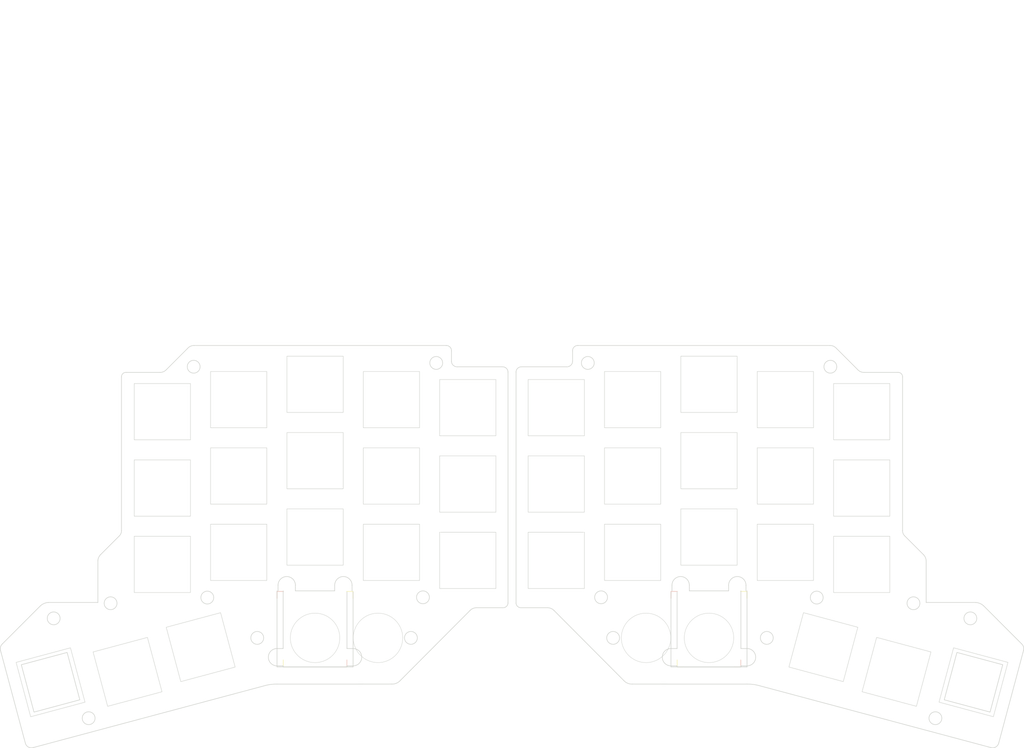
<source format=kicad_pcb>
(kicad_pcb (version 20211014) (generator pcbnew)
  (layers (0 "F.Cu" signal) (31 "B.Cu" signal) (34 "B.Paste" user) (35 "F.Paste" user) (36 "B.SilkS" user "B.Silkscreen") (37 "F.SilkS" user "F.Silkscreen") (38 "B.Mask" user) (39 "F.Mask" user) (44 "Edge.Cuts" user))
  (net 0 "")
  (footprint "jw_custom_footprint:CherryMX_Hotswap_cutout_switch_plate" (layer "F.Cu") (at 177.48662 97.331594)
    (fp_text reference "SW12" hide)
    (fp_text value "SW12")
    (fp_rect (start -7 -7) (end 7 7) (layer "Edge.Cuts") (width 0.12) (fill none))
  )
  (footprint "jw_custom_footprint:CherryMX_Hotswap_cutout_switch_plate" (layer "F.Cu") (at 177.48662 78.331994)
    (fp_text reference "SW7" hide)
    (fp_text value "SW7")
    (fp_rect (start -7 -7) (end 7 7) (layer "Edge.Cuts") (width 0.12) (fill none))
  )
  (footprint "jw_custom_footprint:RotaryEncoder_Alps_EC11E-Switch_Vertical_H20mm_cutout_switch_plate" (layer "F.Cu") (at 262.29748 129.657313 165)
    (fp_text reference "EC1" hide)
    (fp_text value "Rotary_Encoder_Switch")
    (fp_rect (start -5.9 -6.1) (end 5.9 6.1) (layer "Edge.Cuts") (width 0.15) (fill none))
  )
  (footprint "jw_custom_footprint:CherryMX_Hotswap_cutout_switch_plate" (layer "F.Cu") (at 262.29748 129.657311 -15)
    (fp_text reference "SW20" hide)
    (fp_text value "SW20")
    (fp_rect (start -7 -7) (end 7 7) (layer "Edge.Cuts") (width 0.12) (fill none))
  )
  (footprint "jw_custom_footprint:MountingHole_3.2mm_M3_cutout" (layer "F.Cu") (at 226.687447 51.14375)
    (fp_text reference "TH1" hide)
    (fp_text value "HOLE")
    (fp_circle (center 0 0) (end 1.6 0) (layer "Edge.Cuts") (width 0.15) (fill none))
  )
  (footprint "jw_custom_footprint:contact_button_12mm" (layer "F.Cu") (at 180.827872 118.614)
    (fp_text reference "SW16" hide)
    (fp_text value "SW_Contact_Pad")
    (fp_circle (center 0 0) (end 6.15 0) (layer "Edge.Cuts") (width 0.1) (fill none))
  )
  (footprint "jw_custom_footprint:CherryMX_Hotswap_cutout_switch_plate" (layer "F.Cu") (at 158.48642 61.330994)
    (fp_text reference "SW1" hide)
    (fp_text value "SW1")
    (fp_rect (start -7 -7) (end 7 7) (layer "Edge.Cuts") (width 0.12) (fill none))
  )
  (footprint "jw_custom_footprint:CherryMX_Hotswap_cutout_switch_plate" (layer "F.Cu") (at 158.48642 80.331394)
    (fp_text reference "SW6" hide)
    (fp_text value "SW6")
    (fp_rect (start -7 -7) (end 7 7) (layer "Edge.Cuts") (width 0.12) (fill none))
  )
  (footprint "jw_custom_footprint:MountingHole_3.2mm_M3_cutout" (layer "F.Cu") (at 223.296492 108.5822)
    (fp_text reference "TH4" hide)
    (fp_text value "HOLE")
    (fp_circle (center 0 0) (end 1.6 0) (layer "Edge.Cuts") (width 0.15) (fill none))
  )
  (footprint "jw_custom_footprint:MountingHole_3.2mm_M3_cutout" (layer "F.Cu") (at 247.36228 109.997713 180)
    (fp_text reference "MCU_1" hide)
    (fp_text value "HOLE")
    (fp_circle (center 0 0) (end 1.6 0) (layer "Edge.Cuts") (width 0.15) (fill none))
  )
  (footprint "jw_custom_footprint:MountingHole_3.2mm_M3_cutout" (layer "F.Cu") (at 169.639047 108.51955)
    (fp_text reference "TH3" hide)
    (fp_text value "HOLE")
    (fp_circle (center 0 0) (end 1.6 0) (layer "Edge.Cuts") (width 0.15) (fill none))
  )
  (footprint "jw_custom_footprint:MountingHole_3.2mm_M3_cutout" (layer "F.Cu") (at 261.522054 113.756913)
    (fp_text reference "MCU_2" hide)
    (fp_text value "HOLE")
    (fp_circle (center 0 0) (end 1.6 0) (layer "Edge.Cuts") (width 0.15) (fill none))
  )
  (footprint "jw_custom_footprint:CherryMX_Hotswap_cutout_switch_plate" (layer "F.Cu") (at 243.14588 127.066513 -15)
    (fp_text reference "SW19" hide)
    (fp_text value "SW19")
    (fp_rect (start -7 -7) (end 7 7) (layer "Edge.Cuts") (width 0.12) (fill none))
  )
  (footprint "jw_custom_footprint:contact_button_12mm" (layer "F.Cu") (at 196.486246 118.614)
    (fp_text reference "SW17" hide)
    (fp_text value "SW_Contact_Pad")
    (fp_circle (center 0 0) (end 6.15 0) (layer "Edge.Cuts") (width 0.1) (fill none))
  )
  (footprint "jw_custom_footprint:Nintendo_Switch_JOYSTICK" (layer "F.Cu") (at 98.471394 116.40681)
    (fp_text reference "REF**" hide)
    (fp_text value "Nintendo_Switch_JOYSTICK")
    (fp_line (start -7.9248 9.398) (end -7.9248 7.6708) (layer "F.SilkS") (width 0.12))
    (fp_line (start 9.4488 -9.3472) (end 9.4488 -7.62) (layer "F.SilkS") (width 0.12))
    (fp_line (start -6.2992 9.398) (end -7.9248 9.398) (layer "F.SilkS") (width 0.12))
    (fp_line (start 7.8232 -9.3472) (end 9.4488 -9.3472) (layer "F.SilkS") (width 0.12))
  )
  (footprint "jw_custom_footprint:CherryMX_Hotswap_cutout_switch_plate" (layer "F.Cu") (at 196.48602 93.521794)
    (fp_text reference "SW13" hide)
    (fp_text value "SW13")
    (fp_rect (start -7 -7) (end 7 7) (layer "Edge.Cuts") (width 0.12) (fill none))
  )
  (footprint "jw_custom_footprint:Nintendo_Switch_JOYSTICK" (layer "F.Cu") (at 196.486246 116.40681)
    (fp_text reference "REF**" hide)
    (fp_text value "Nintendo_Switch_JOYSTICK")
    (fp_line (start -6.2992 9.398) (end -7.9248 9.398) (layer "F.SilkS") (width 0.12))
    (fp_line (start 9.4488 -9.3472) (end 9.4488 -7.62) (layer "F.SilkS") (width 0.12))
    (fp_line (start -7.9248 9.398) (end -7.9248 7.6708) (layer "F.SilkS") (width 0.12))
    (fp_line (start 7.8232 -9.3472) (end 9.4488 -9.3472) (layer "F.SilkS") (width 0.12))
  )
  (footprint "jw_custom_footprint:MountingHole_3.2mm_M3_cutout" (layer "F.Cu") (at 252.82328 138.598113)
    (fp_text reference "TH5" hide)
    (fp_text value "HOLE")
    (fp_circle (center 0 0) (end 1.6 0) (layer "Edge.Cuts") (width 0.15) (fill none))
  )
  (footprint "jw_custom_footprint:CherryMX_Hotswap_cutout_switch_plate" (layer "F.Cu") (at 215.48622 59.331834)
    (fp_text reference "SW4" hide)
    (fp_text value "SW4")
    (fp_rect (start -7 -7) (end 7 7) (layer "Edge.Cuts") (width 0.12) (fill none))
  )
  (footprint "jw_custom_footprint:CherryMX_Hotswap_cutout_switch_plate" (layer "F.Cu") (at 177.48662 59.332394)
    (fp_text reference "SW2" hide)
    (fp_text value "SW2")
    (fp_rect (start -7 -7) (end 7 7) (layer "Edge.Cuts") (width 0.12) (fill none))
  )
  (footprint "jw_custom_footprint:CherryMX_Hotswap_cutout_switch_plate" (layer "F.Cu") (at 234.485918 62.332394)
    (fp_text reference "SW5" hide)
    (fp_text value "SW5")
    (fp_rect (start -7 -7) (end 7 7) (layer "Edge.Cuts") (width 0.12) (fill none))
  )
  (footprint "jw_custom_footprint:CherryMX_Hotswap_cutout_switch_plate" (layer "F.Cu") (at 215.48622 97.332194)
    (fp_text reference "SW14" hide)
    (fp_text value "SW14")
    (fp_rect (start -7 -7) (end 7 7) (layer "Edge.Cuts") (width 0.12) (fill none))
  )
  (footprint "jw_custom_footprint:CherryMX_Hotswap_cutout_switch_plate" (layer "F.Cu") (at 224.946054 120.920119 -15)
    (fp_text reference "SW18" hide)
    (fp_text value "SW18")
    (fp_rect (start -7 -7) (end 7 7) (layer "Edge.Cuts") (width 0.12) (fill none))
  )
  (footprint "jw_custom_footprint:MountingHole_3.2mm_M3_cutout" (layer "F.Cu") (at 210.871736 118.614)
    (fp_text reference "JY_BT_2" hide)
    (fp_text value "HOLE")
    (fp_circle (center 0 0) (end 1.6 0) (layer "Edge.Cuts") (width 0.15) (fill none))
  )
  (footprint "jw_custom_footprint:CherryMX_Hotswap_cutout_switch_plate" (layer "F.Cu") (at 234.485918 100.332194)
    (fp_text reference "SW15" hide)
    (fp_text value "SW15")
    (fp_rect (start -7 -7) (end 7 7) (layer "Edge.Cuts") (width 0.12) (fill none))
  )
  (footprint "jw_custom_footprint:CherryMX_Hotswap_cutout_switch_plate" (layer "F.Cu") (at 215.48622 78.331794)
    (fp_text reference "SW9" hide)
    (fp_text value "SW9")
    (fp_rect (start -7 -7) (end 7 7) (layer "Edge.Cuts") (width 0.12) (fill none))
  )
  (footprint "jw_custom_footprint:CherryMX_Hotswap_cutout_switch_plate" (layer "F.Cu") (at 234.485918 81.332194)
    (fp_text reference "SW10" hide)
    (fp_text value "SW10")
    (fp_rect (start -7 -7) (end 7 7) (layer "Edge.Cuts") (width 0.12) (fill none))
  )
  (footprint "jw_custom_footprint:CherryMX_Hotswap_cutout_switch_plate" (layer "F.Cu") (at 196.48602 55.521634)
    (fp_text reference "SW3" hide)
    (fp_text value "SW3")
    (fp_rect (start -7 -7) (end 7 7) (layer "Edge.Cuts") (width 0.12) (fill none))
  )
  (footprint "jw_custom_footprint:MountingHole_3.2mm_M3_cutout" (layer "F.Cu") (at 172.63548 118.614)
    (fp_text reference "JY_BT_1" hide)
    (fp_text value "HOLE")
    (fp_circle (center 0 0) (end 1.6 0) (layer "Edge.Cuts") (width 0.15) (fill none))
  )
  (footprint "jw_custom_footprint:MountingHole_3.2mm_M3_cutout" (layer "F.Cu") (at 166.33628 50.201913)
    (fp_text reference "TH2" hide)
    (fp_text value "HOLE")
    (fp_circle (center 0 0) (end 1.6 0) (layer "Edge.Cuts") (width 0.15) (fill none))
  )
  (footprint "jw_custom_footprint:CherryMX_Hotswap_cutout_switch_plate" (layer "F.Cu") (at 196.48602 74.521594)
    (fp_text reference "SW8" hide)
    (fp_text value "SW8")
    (fp_rect (start -7 -7) (end 7 7) (layer "Edge.Cuts") (width 0.12) (fill none))
  )
  (footprint "jw_custom_footprint:CherryMX_Hotswap_cutout_switch_plate" (layer "F.Cu") (at 158.48642 99.331794)
    (fp_text reference "SW11" hide)
    (fp_text value "SW11")
    (fp_rect (start -7 -7) (end 7 7) (layer "Edge.Cuts") (width 0.12) (fill none))
  )
  (footprint "jw_custom_footprint:CherryMX_Hotswap_cutout_switch_plate" (layer "B.Cu") (at 79.47142 78.331794 180)
    (fp_text reference "SW9" hide)
    (fp_text value "SW9")
    (fp_rect (start -7 7) (end 7 -7) (layer "Edge.Cuts") (width 0.12) (fill none))
  )
  (footprint "jw_custom_footprint:CherryMX_Hotswap_cutout_switch_plate" (layer "B.Cu") (at 136.47122 80.331394 180)
    (fp_text reference "SW6" hide)
    (fp_text value "SW6")
    (fp_rect (start -7 7) (end 7 -7) (layer "Edge.Cuts") (width 0.12) (fill none))
  )
  (footprint "jw_custom_footprint:CherryMX_Hotswap_cutout_switch_plate" (layer "B.Cu") (at 136.47122 99.331794 180)
    (fp_text reference "SW11" hide)
    (fp_text value "SW11")
    (fp_rect (start -7 7) (end 7 -7) (layer "Edge.Cuts") (width 0.12) (fill none))
  )
  (footprint "jw_custom_footprint:CherryMX_Hotswap_cutout_switch_plate" (layer "B.Cu") (at 51.81176 127.066513 -165)
    (fp_text reference "SW19" hide)
    (fp_text value "SW19")
    (fp_rect (start -7 7) (end 7 -7) (layer "Edge.Cuts") (width 0.12) (fill none))
  )
  (footprint "jw_custom_footprint:CherryMX_Hotswap_cutout_switch_plate" (layer "B.Cu") (at 79.47142 97.332194 180)
    (fp_text reference "SW14" hide)
    (fp_text value "SW14")
    (fp_rect (start -7 7) (end 7 -7) (layer "Edge.Cuts") (width 0.12) (fill none))
  )
  (footprint "jw_custom_footprint:MountingHole_3.2mm_M3_cutout" (layer "B.Cu") (at 125.318593 108.51955 180)
    (fp_text reference "TH3" hide)
    (fp_text value "HOLE")
    (fp_circle (center 0 0) (end 1.6 0) (layer "Edge.Cuts") (width 0.15) (fill none))
  )
  (footprint "jw_custom_footprint:contact_button_12mm" (layer "B.Cu") (at 98.471394 118.614 180)
    (fp_text reference "SW17" hide)
    (fp_text value "SW_Contact_Pad")
    (fp_circle (center 0 0) (end 6.15 0) (layer "Edge.Cuts") (width 0.1) (fill none))
  )
  (footprint "jw_custom_footprint:MountingHole_3.2mm_M3_cutout" (layer "B.Cu") (at 42.13436 138.598113 180)
    (fp_text reference "TH5" hide)
    (fp_text value "HOLE")
    (fp_circle (center 0 0) (end 1.6 0) (layer "Edge.Cuts") (width 0.15) (fill none))
  )
  (footprint "jw_custom_footprint:MountingHole_3.2mm_M3_cutout" (layer "B.Cu") (at 47.59536 109.997713)
    (fp_text reference "MCU_1" hide)
    (fp_text value "HOLE")
    (fp_circle (center 0 0) (end 1.6 0) (layer "Edge.Cuts") (width 0.15) (fill none))
  )
  (footprint "jw_custom_footprint:MountingHole_3.2mm_M3_cutout" (layer "B.Cu") (at 33.435586 113.756913 180)
    (fp_text reference "MCU_2" hide)
    (fp_text value "HOLE")
    (fp_circle (center 0 0) (end 1.6 0) (layer "Edge.Cuts") (width 0.15) (fill none))
  )
  (footprint "jw_custom_footprint:Nintendo_Switch_JOYSTICK" (layer "B.Cu") (at 98.471394 116.40681 180)
    (fp_text reference "REF**" hide)
    (fp_text value "Nintendo_Switch_JOYSTICK")
    (fp_line (start 9.4488 9.3472) (end 9.4488 7.62) (layer "B.SilkS") (width 0.12))
    (fp_line (start -7.9248 -9.398) (end -7.9248 -7.6708) (layer "B.SilkS") (width 0.12))
    (fp_line (start -6.2992 -9.398) (end -7.9248 -9.398) (layer "B.SilkS") (width 0.12))
    (fp_line (start 7.8232 9.3472) (end 9.4488 9.3472) (layer "B.SilkS") (width 0.12))
  )
  (footprint "jw_custom_footprint:RotaryEncoder_Alps_EC11E-Switch_Vertical_H20mm_cutout_switch_plate" (layer "B.Cu") (at 32.66016 129.657313 15)
    (fp_text reference "EC1" hide)
    (fp_text value "Rotary_Encoder_Switch")
    (fp_rect (start -5.9 6.1) (end 5.9 -6.1) (layer "Edge.Cuts") (width 0.15) (fill none))
  )
  (footprint "jw_custom_footprint:Nintendo_Switch_JOYSTICK" (layer "B.Cu") (at 196.486246 116.40681 180)
    (fp_text reference "REF**" hide)
    (fp_text value "Nintendo_Switch_JOYSTICK")
    (fp_line (start -7.9248 -9.398) (end -7.9248 -7.6708) (layer "B.SilkS") (width 0.12))
    (fp_line (start 7.8232 9.3472) (end 9.4488 9.3472) (layer "B.SilkS") (width 0.12))
    (fp_line (start -6.2992 -9.398) (end -7.9248 -9.398) (layer "B.SilkS") (width 0.12))
    (fp_line (start 9.4488 9.3472) (end 9.4488 7.62) (layer "B.SilkS") (width 0.12))
  )
  (footprint "jw_custom_footprint:CherryMX_Hotswap_cutout_switch_plate" (layer "B.Cu") (at 136.47122 61.330994 180)
    (fp_text reference "SW1" hide)
    (fp_text value "SW1")
    (fp_rect (start -7 7) (end 7 -7) (layer "Edge.Cuts") (width 0.12) (fill none))
  )
  (footprint "jw_custom_footprint:CherryMX_Hotswap_cutout_switch_plate" (layer "B.Cu") (at 60.471722 81.332194 180)
    (fp_text reference "SW10" hide)
    (fp_text value "SW10")
    (fp_rect (start -7 7) (end 7 -7) (layer "Edge.Cuts") (width 0.12) (fill none))
  )
  (footprint "jw_custom_footprint:contact_button_12mm" (layer "B.Cu") (at 114.129768 118.614 180)
    (fp_text reference "SW16" hide)
    (fp_text value "SW_Contact_Pad")
    (fp_circle (center 0 0) (end 6.15 0) (layer "Edge.Cuts") (width 0.1) (fill none))
  )
  (footprint "jw_custom_footprint:CherryMX_Hotswap_cutout_switch_plate" (layer "B.Cu") (at 117.47102 78.331994 180)
    (fp_text reference "SW7" hide)
    (fp_text value "SW7")
    (fp_rect (start -7 7) (end 7 -7) (layer "Edge.Cuts") (width 0.12) (fill none))
  )
  (footprint "jw_custom_footprint:CherryMX_Hotswap_cutout_switch_plate" (layer "B.Cu") (at 98.47162 74.521594 180)
    (fp_text reference "SW8" hide)
    (fp_text value "SW8")
    (fp_rect (start -7 7) (end 7 -7) (layer "Edge.Cuts") (width 0.12) (fill none))
  )
  (footprint "jw_custom_footprint:CherryMX_Hotswap_cutout_switch_plate" (layer "B.Cu") (at 117.47102 97.331594 180)
    (fp_text reference "SW12" hide)
    (fp_text value "SW12")
    (fp_rect (start -7 7) (end 7 -7) (layer "Edge.Cuts") (width 0.12) (fill none))
  )
  (footprint "jw_custom_footprint:CherryMX_Hotswap_cutout_switch_plate" (layer "B.Cu") (at 98.47162 55.521634 180)
    (fp_text reference "SW3" hide)
    (fp_text value "SW3")
    (fp_rect (start -7 7) (end 7 -7) (layer "Edge.Cuts") (width 0.12) (fill none))
  )
  (footprint "jw_custom_footprint:CherryMX_Hotswap_cutout_switch_plate" (layer "B.Cu") (at 98.47162 93.521794 180)
    (fp_text reference "SW13" hide)
    (fp_text value "SW13")
    (fp_rect (start -7 7) (end 7 -7) (layer "Edge.Cuts") (width 0.12) (fill none))
  )
  (footprint "jw_custom_footprint:CherryMX_Hotswap_cutout_switch_plate" (layer "B.Cu") (at 117.47102 59.332394 180)
    (fp_text reference "SW2" hide)
    (fp_text value "SW2")
    (fp_rect (start -7 7) (end 7 -7) (layer "Edge.Cuts") (width 0.12) (fill none))
  )
  (footprint "jw_custom_footprint:CherryMX_Hotswap_cutout_switch_plate" (layer "B.Cu") (at 60.471722 62.332394 180)
    (fp_text reference "SW5" hide)
    (fp_text value "SW5")
    (fp_rect (start -7 7) (end 7 -7) (layer "Edge.Cuts") (width 0.12) (fill none))
  )
  (footprint "jw_custom_footprint:CherryMX_Hotswap_cutout_switch_plate" (layer "B.Cu") (at 70.011586 120.920119 -165)
    (fp_text reference "SW18" hide)
    (fp_text value "SW18")
    (fp_rect (start -7 7) (end 7 -7) (layer "Edge.Cuts") (width 0.12) (fill none))
  )
  (footprint "jw_custom_footprint:MountingHole_3.2mm_M3_cutout" (layer "B.Cu") (at 84.085904 118.614 180)
    (fp_text reference "JY_BT_2" hide)
    (fp_text value "HOLE")
    (fp_circle (center 0 0) (end 1.6 0) (layer "Edge.Cuts") (width 0.15) (fill none))
  )
  (footprint "jw_custom_footprint:CherryMX_Hotswap_cutout_switch_plate" (layer "B.Cu") (at 32.66016 129.657311 -165)
    (fp_text reference "SW20" hide)
    (fp_text value "SW20")
    (fp_rect (start -7 7) (end 7 -7) (layer "Edge.Cuts") (width 0.12) (fill none))
  )
  (footprint "jw_custom_footprint:MountingHole_3.2mm_M3_cutout" (layer "B.Cu") (at 122.32216 118.614 180)
    (fp_text reference "JY_BT_1" hide)
    (fp_text value "HOLE")
    (fp_circle (center 0 0) (end 1.6 0) (layer "Edge.Cuts") (width 0.15) (fill none))
  )
  (footprint "jw_custom_footprint:CherryMX_Hotswap_cutout_switch_plate" (layer "B.Cu") (at 60.471722 100.332194 180)
    (fp_text reference "SW15" hide)
    (fp_text value "SW15")
    (fp_rect (start -7 7) (end 7 -7) (layer "Edge.Cuts") (width 0.12) (fill none))
  )
  (footprint "jw_custom_footprint:MountingHole_3.2mm_M3_cutout" (layer "B.Cu") (at 71.661148 108.5822 180)
    (fp_text reference "TH4" hide)
    (fp_text value "HOLE")
    (fp_circle (center 0 0) (end 1.6 0) (layer "Edge.Cuts") (width 0.15) (fill none))
  )
  (footprint "jw_custom_footprint:CherryMX_Hotswap_cutout_switch_plate" (layer "B.Cu") (at 79.47142 59.331834 180)
    (fp_text reference "SW4" hide)
    (fp_text value "SW4")
    (fp_rect (start -7 7) (end 7 -7) (layer "Edge.Cuts") (width 0.12) (fill none))
  )
  (footprint "jw_custom_footprint:MountingHole_3.2mm_M3_cutout" (layer "B.Cu") (at 128.62136 50.201913 180)
    (fp_text reference "TH2" hide)
    (fp_text value "HOLE")
    (fp_circle (center 0 0) (end 1.6 0) (layer "Edge.Cuts") (width 0.15) (fill none))
  )
  (footprint "jw_custom_footprint:MountingHole_3.2mm_M3_cutout" (layer "B.Cu") (at 68.270193 51.14375 180)
    (fp_text reference "TH1" hide)
    (fp_text value "HOLE")
    (fp_circle (center 0 0) (end 1.6 0) (layer "Edge.Cuts") (width 0.15) (fill none))
  )
  (gr_arc (start 137.002593 111.824319) (mid 137.786061 111.283934) (end 138.721993 111.111119) (layer "Edge.Cuts") (width 0.15))
  (gr_line (start 245.191292 93.2434) (end 249.915692 97.9678) (layer "Edge.Cuts") (width 0.15))
  (gr_arc (start 61.450348 51.8922) (mid 60.757992 52.383111) (end 59.926348 52.5526) (layer "Edge.Cuts") (width 0.15))
  (gr_arc (start 119.603593 129.291319) (mid 118.674359 129.91519) (end 117.571593 130.1065) (layer "Edge.Cuts") (width 0.15))
  (gr_line (start 187.025292 125.5776) (end 188.549292 125.5776) (layer "Edge.Cuts") (width 0.15))
  (gr_arc (start 148.47882 52.461429) (mid 148.880529 51.539812) (end 149.814292 51.167234) (layer "Edge.Cuts") (width 0.15))
  (gr_line (start 188.549292 107.1626) (end 188.549292 121.2596) (layer "Edge.Cuts") (width 0.15))
  (gr_arc (start 235.031292 52.5526) (mid 234.199638 52.383133) (end 233.507292 51.8922) (layer "Edge.Cuts") (width 0.15))
  (gr_arc (start 149.609654 111.111119) (mid 148.821648 110.739338) (end 148.47882 109.938319) (layer "Edge.Cuts") (width 0.15))
  (gr_line (start 90.533348 125.8316) (end 90.533348 125.5776) (layer "Edge.Cuts") (width 0.15))
  (gr_arc (start 103.360348 105.5116) (mid 105.519348 103.3526) (end 107.678348 105.5116) (layer "Edge.Cuts") (width 0.15))
  (gr_arc (start 162.546778 47.218194) (mid 162.903066 46.257679) (end 163.84708 45.8597) (layer "Edge.Cuts") (width 0.15))
  (gr_arc (start 89.263348 105.5116) (mid 91.422348 103.3526) (end 93.581348 105.5116) (layer "Edge.Cuts") (width 0.15))
  (gr_line (start 20.67136 120.106913) (end 30.106748 110.6678) (layer "Edge.Cuts") (width 0.15))
  (gr_arc (start 177.386047 130.1065) (mid 176.283278 129.915196) (end 175.354047 129.291319) (layer "Edge.Cuts") (width 0.15))
  (gr_arc (start 85.80902 130.541119) (mid 87.386955 130.209366) (end 88.996593 130.1145) (layer "Edge.Cuts") (width 0.15))
  (gr_line (start 106.408348 121.2596) (end 106.408348 107.1626) (layer "Edge.Cuts") (width 0.15))
  (gr_line (start 205.948292 106.9086) (end 205.948292 125.8316) (layer "Edge.Cuts") (width 0.15))
  (gr_line (start 106.408348 125.8316) (end 106.408348 125.5776) (layer "Edge.Cuts") (width 0.15))
  (gr_line (start 20.21416 121.757913) (end 26.388284 144.811616) (layer "Edge.Cuts") (width 0.15))
  (gr_arc (start 66.784348 46.5582) (mid 67.496518 46.039337) (end 68.359148 45.8597) (layer "Edge.Cuts") (width 0.15))
  (gr_arc (start 50.307808 53.6702) (mid 50.635012 52.86741) (end 51.442748 52.5526) (layer "Edge.Cuts") (width 0.15))
  (gr_line (start 145.347986 111.111119) (end 138.721993 111.111119) (layer "Edge.Cuts") (width 0.15))
  (gr_line (start 106.408348 125.5776) (end 107.932348 125.5776) (layer "Edge.Cuts") (width 0.15))
  (gr_line (start 103.360348 106.9086) (end 103.360348 105.5116) (layer "Edge.Cuts") (width 0.15))
  (gr_line (start 228.173292 46.5582) (end 233.507292 51.8922) (layer "Edge.Cuts") (width 0.15))
  (gr_line (start 266.6428 145.913313) (end 209.14862 130.541119) (layer "Edge.Cuts") (width 0.15))
  (gr_line (start 205.694292 105.5116) (end 205.694292 106.9086) (layer "Edge.Cuts") (width 0.15))
  (gr_line (start 226.598492 45.8597) (end 163.84708 45.8597) (layer "Edge.Cuts") (width 0.15))
  (gr_arc (start 245.191292 93.2434) (mid 244.786844 92.637815) (end 244.649832 91.9226) (layer "Edge.Cuts") (width 0.15))
  (gr_arc (start 226.598492 45.8597) (mid 227.461117 46.039349) (end 228.173292 46.5582) (layer "Edge.Cuts") (width 0.15))
  (gr_line (start 107.932348 125.8316) (end 107.932348 107.1626) (layer "Edge.Cuts") (width 0.15))
  (gr_line (start 117.571593 130.1065) (end 88.996593 130.1145) (layer "Edge.Cuts") (width 0.15))
  (gr_line (start 201.376292 106.9086) (end 191.597292 106.9086) (layer "Edge.Cuts") (width 0.15))
  (gr_arc (start 28.31484 145.913313) (mid 27.122157 145.76361) (end 26.388284 144.811616) (layer "Edge.Cuts") (width 0.15))
  (gr_arc (start 205.961047 130.1145) (mid 207.570684 130.209378) (end 209.14862 130.541119) (layer "Edge.Cuts") (width 0.15))
  (gr_line (start 187.025292 107.1626) (end 187.025292 125.8316) (layer "Edge.Cuts") (width 0.15))
  (gr_line (start 188.549292 125.8316) (end 205.948292 125.8316) (layer "Edge.Cuts") (width 0.15))
  (gr_line (start 107.678348 106.9086) (end 107.678348 105.5116) (layer "Edge.Cuts") (width 0.15))
  (gr_line (start 85.80902 130.541119) (end 28.31484 145.913313) (layer "Edge.Cuts") (width 0.15))
  (gr_line (start 264.850892 110.6678) (end 274.28628 120.106913) (layer "Edge.Cuts") (width 0.15))
  (gr_line (start 191.597292 105.5116) (end 191.597292 106.9086) (layer "Edge.Cuts") (width 0.15))
  (gr_line (start 106.408348 121.2596) (end 107.932348 121.2596) (layer "Edge.Cuts") (width 0.15))
  (gr_line (start 137.002593 111.824319) (end 119.603593 129.291319) (layer "Edge.Cuts") (width 0.15))
  (gr_arc (start 30.106748 110.6678) (mid 31.022149 110.063479) (end 32.087948 109.8042) (layer "Edge.Cuts") (width 0.15))
  (gr_arc (start 107.932348 121.2596) (mid 110.091348 123.4186) (end 107.932348 125.5776) (layer "Edge.Cuts") (width 0.15))
  (gr_arc (start 89.009348 125.5776) (mid 86.850348 123.4186) (end 89.009348 121.2596) (layer "Edge.Cuts") (width 0.15))
  (gr_arc (start 20.21416 121.757913) (mid 20.214566 120.869219) (end 20.67136 120.106913) (layer "Edge.Cuts") (width 0.15))
  (gr_arc (start 262.869692 109.8042) (mid 263.935481 110.063501) (end 264.850892 110.6678) (layer "Edge.Cuts") (width 0.15))
  (gr_line (start 146.47882 109.938319) (end 146.47882 52.461429) (layer "Edge.Cuts") (width 0.15))
  (gr_line (start 44.432348 109.8042) (end 44.432348 99.3902) (layer "Edge.Cuts") (width 0.15))
  (gr_arc (start 187.279292 105.5116) (mid 189.438292 103.3526) (end 191.597292 105.5116) (layer "Edge.Cuts") (width 0.15))
  (gr_line (start 204.424292 125.5776) (end 204.424292 125.8316) (layer "Edge.Cuts") (width 0.15))
  (gr_arc (start 187.025292 125.5776) (mid 184.866292 123.4186) (end 187.025292 121.2596) (layer "Edge.Cuts") (width 0.15))
  (gr_line (start 187.025292 121.2596) (end 188.549292 121.2596) (layer "Edge.Cuts") (width 0.15))
  (gr_line (start 149.814292 51.167234) (end 161.152975 51.167234) (layer "Edge.Cuts") (width 0.15))
  (gr_line (start 244.649832 53.6702) (end 244.649832 91.9226) (layer "Edge.Cuts") (width 0.15))
  (gr_line (start 204.424292 106.9086) (end 204.424292 121.2596) (layer "Edge.Cuts") (width 0.15))
  (gr_line (start 205.948292 125.5776) (end 204.424292 125.5776) (layer "Edge.Cuts") (width 0.15))
  (gr_line (start 50.307808 91.9226) (end 50.307808 53.6702) (layer "Edge.Cuts") (width 0.15))
  (gr_line (start 262.869692 109.8042) (end 250.525292 109.8042) (layer "Edge.Cuts") (width 0.15))
  (gr_line (start 103.360348 106.9086) (end 93.581348 106.9086) (layer "Edge.Cuts") (width 0.15))
  (gr_arc (start 131.11056 45.8597) (mid 132.05459 46.257663) (end 132.410862 47.218194) (layer "Edge.Cuts") (width 0.15))
  (gr_arc (start 50.307808 91.9226) (mid 50.170778 92.637808) (end 49.766348 93.2434) (layer "Edge.Cuts") (width 0.15))
  (gr_arc (start 156.235647 111.111119) (mid 157.171576 111.283942) (end 157.955047 111.824319) (layer "Edge.Cuts") (width 0.15))
  (gr_line (start 187.279292 105.5116) (end 187.279292 106.9086) (layer "Edge.Cuts") (width 0.15))
  (gr_line (start 205.961047 130.1145) (end 177.386047 130.1065) (layer "Edge.Cuts") (width 0.15))
  (gr_arc (start 201.376292 105.5116) (mid 203.535292 103.3526) (end 205.694292 105.5116) (layer "Edge.Cuts") (width 0.15))
  (gr_line (start 156.235647 111.111119) (end 149.609654 111.111119) (layer "Edge.Cuts") (width 0.15))
  (gr_line (start 45.041948 97.9678) (end 49.766348 93.2434) (layer "Edge.Cuts") (width 0.15))
  (gr_line (start 93.581348 106.9086) (end 93.581348 105.5116) (layer "Edge.Cuts") (width 0.15))
  (gr_line (start 268.569356 144.811616) (end 274.74348 121.757913) (layer "Edge.Cuts") (width 0.15))
  (gr_line (start 89.009348 125.8316) (end 106.408348 125.8316) (layer "Edge.Cuts") (width 0.15))
  (gr_line (start 90.533348 125.5776) (end 89.009348 125.5776) (layer "Edge.Cuts") (width 0.15))
  (gr_arc (start 146.47882 109.938319) (mid 146.135977 110.739324) (end 145.347986 111.111119) (layer "Edge.Cuts") (width 0.15))
  (gr_line (start 89.009348 125.8316) (end 89.009348 106.9086) (layer "Edge.Cuts") (width 0.15))
  (gr_arc (start 268.569356 144.811616) (mid 267.83546 145.76357) (end 266.6428 145.913313) (layer "Edge.Cuts") (width 0.15))
  (gr_line (start 90.533348 125.8316) (end 107.932348 125.8316) (layer "Edge.Cuts") (width 0.15))
  (gr_line (start 89.263348 106.9086) (end 89.263348 105.5116) (layer "Edge.Cuts") (width 0.15))
  (gr_arc (start 205.948292 121.2596) (mid 208.107292 123.4186) (end 205.948292 125.5776) (layer "Edge.Cuts") (width 0.15))
  (gr_line (start 205.948292 121.2596) (end 204.424292 121.2596) (layer "Edge.Cuts") (width 0.15))
  (gr_arc (start 162.546778 49.769029) (mid 162.138247 50.755606) (end 161.152975 51.167234) (layer "Edge.Cuts") (width 0.15))
  (gr_line (start 243.514892 52.5526) (end 235.031292 52.5526) (layer "Edge.Cuts") (width 0.15))
  (gr_line (start 250.525292 99.3902) (end 250.525292 109.8042) (layer "Edge.Cuts") (width 0.15))
  (gr_line (start 188.549292 125.5776) (end 188.549292 125.8316) (layer "Edge.Cuts") (width 0.15))
  (gr_line (start 187.025292 125.8316) (end 204.424292 125.8316) (layer "Edge.Cuts") (width 0.15))
  (gr_line (start 132.410862 49.769029) (end 132.410862 47.218194) (layer "Edge.Cuts") (width 0.15))
  (gr_arc (start 243.514892 52.5526) (mid 244.322636 52.867401) (end 244.649832 53.6702) (layer "Edge.Cuts") (width 0.15))
  (gr_arc (start 145.143348 51.167234) (mid 146.077092 51.539831) (end 146.47882 52.461429) (layer "Edge.Cuts") (width 0.15))
  (gr_line (start 148.47882 52.461429) (end 148.47882 109.938319) (layer "Edge.Cuts") (width 0.15))
  (gr_line (start 59.926348 52.5526) (end 51.442748 52.5526) (layer "Edge.Cuts") (width 0.15))
  (gr_arc (start 274.28628 120.106913) (mid 274.743061 120.869223) (end 274.74348 121.757913) (layer "Edge.Cuts") (width 0.15))
  (gr_arc (start 133.804665 51.167234) (mid 132.81942 50.755579) (end 132.410862 49.769029) (layer "Edge.Cuts") (width 0.15))
  (gr_line (start 133.804665 51.167234) (end 145.143348 51.167234) (layer "Edge.Cuts") (width 0.15))
  (gr_line (start 90.533348 121.2596) (end 89.009348 121.2596) (layer "Edge.Cuts") (width 0.15))
  (gr_line (start 175.354047 129.291319) (end 157.955047 111.824319) (layer "Edge.Cuts") (width 0.15))
  (gr_line (start 201.376292 105.5116) (end 201.376292 106.9086) (layer "Edge.Cuts") (width 0.15))
  (gr_line (start 90.533348 121.2596) (end 90.533348 106.9086) (layer "Edge.Cuts") (width 0.15))
  (gr_line (start 162.546778 47.218194) (end 162.546778 49.769029) (layer "Edge.Cuts") (width 0.15))
  (gr_line (start 61.450348 51.8922) (end 66.784348 46.5582) (layer "Edge.Cuts") (width 0.15))
  (gr_line (start 44.432348 109.8042) (end 32.087948 109.8042) (layer "Edge.Cuts") (width 0.15))
  (gr_arc (start 44.432348 99.3902) (mid 44.619547 98.628602) (end 45.041948 97.9678) (layer "Edge.Cuts") (width 0.15))
  (gr_line (start 131.11056 45.8597) (end 68.359148 45.8597) (layer "Edge.Cuts") (width 0.15))
  (gr_arc (start 249.915692 97.9678) (mid 250.338116 98.628592) (end 250.525292 99.3902) (layer "Edge.Cuts") (width 0.15))
)
</source>
